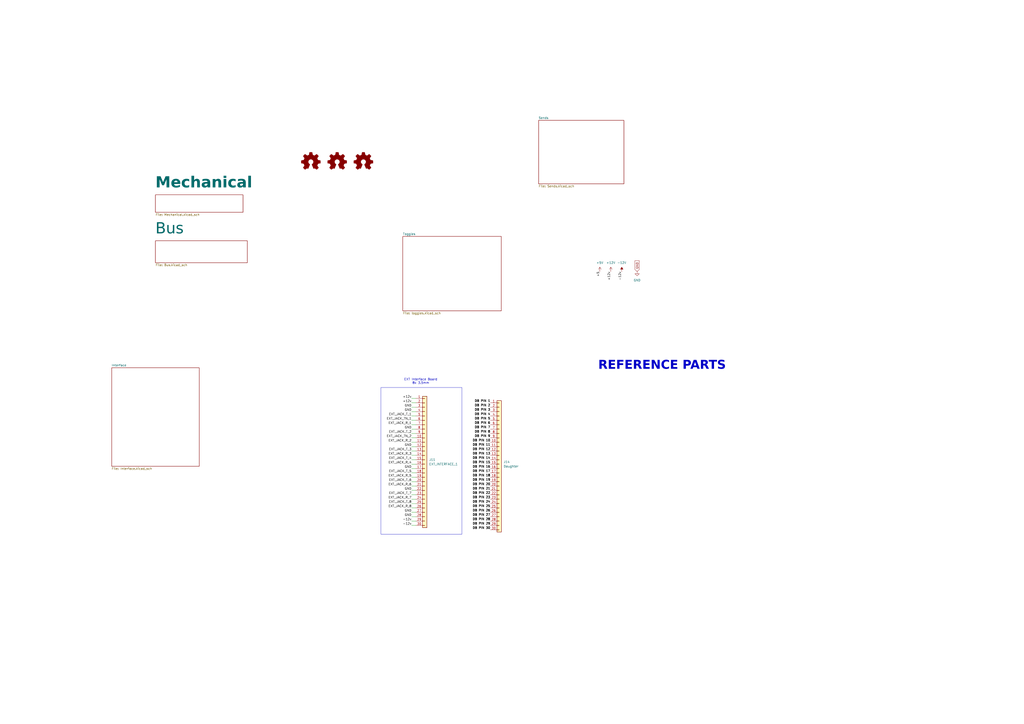
<source format=kicad_sch>
(kicad_sch (version 20231120) (generator "eeschema") (generator_version "8.0")
  (paper "A2")
  (title_block (title "Superstitious Acrobat") (date "2024-11-13") (rev "1.0") (company "velvia-fifty") (comment 1 "https://github.com/velvia-fifty/AudioThings") (comment 2 "You should have changed this already :)") (comment 4 "Stay humble"))
  (lib_symbols
    (symbol "Connector_Generic:Conn_01x30" (pin_names (offset 1.016) hide)
      (property "Reference" "J" (at 0 38.1 0))
      (property "Value" "Conn_01x30" (at 0 -40.64 0))
      (symbol "Conn_01x30_1_1"
        (rectangle (start -1.27 -37.973) (end 0 -38.227) (stroke (width 0.1524)))
        (rectangle (start -1.27 -35.433) (end 0 -35.687) (stroke (width 0.1524)))
        (rectangle (start -1.27 -32.893) (end 0 -33.147) (stroke (width 0.1524)))
        (rectangle (start -1.27 -30.353) (end 0 -30.607) (stroke (width 0.1524)))
        (rectangle (start -1.27 -27.813) (end 0 -28.067) (stroke (width 0.1524)))
        (rectangle (start -1.27 -25.273) (end 0 -25.527) (stroke (width 0.1524)))
        (rectangle (start -1.27 -22.733) (end 0 -22.987) (stroke (width 0.1524)))
        (rectangle (start -1.27 -20.193) (end 0 -20.447) (stroke (width 0.1524)))
        (rectangle (start -1.27 -17.653) (end 0 -17.907) (stroke (width 0.1524)))
        (rectangle (start -1.27 -15.113) (end 0 -15.367) (stroke (width 0.1524)))
        (rectangle (start -1.27 -12.573) (end 0 -12.827) (stroke (width 0.1524)))
        (rectangle (start -1.27 -10.033) (end 0 -10.287) (stroke (width 0.1524)))
        (rectangle (start -1.27 -7.493) (end 0 -7.747) (stroke (width 0.1524)))
        (rectangle (start -1.27 -4.953) (end 0 -5.207) (stroke (width 0.1524)))
        (rectangle (start -1.27 -2.413) (end 0 -2.667) (stroke (width 0.1524)))
        (rectangle (start -1.27 0.127) (end 0 -0.127) (stroke (width 0.1524)))
        (rectangle (start -1.27 2.667) (end 0 2.413) (stroke (width 0.1524)))
        (rectangle (start -1.27 5.207) (end 0 4.953) (stroke (width 0.1524)))
        (rectangle (start -1.27 7.747) (end 0 7.493) (stroke (width 0.1524)))
        (rectangle (start -1.27 10.287) (end 0 10.033) (stroke (width 0.1524)))
        (rectangle (start -1.27 12.827) (end 0 12.573) (stroke (width 0.1524)))
        (rectangle (start -1.27 15.367) (end 0 15.113) (stroke (width 0.1524)))
        (rectangle (start -1.27 17.907) (end 0 17.653) (stroke (width 0.1524)))
        (rectangle (start -1.27 20.447) (end 0 20.193) (stroke (width 0.1524)))
        (rectangle (start -1.27 22.987) (end 0 22.733) (stroke (width 0.1524)))
        (rectangle (start -1.27 25.527) (end 0 25.273) (stroke (width 0.1524)))
        (rectangle (start -1.27 28.067) (end 0 27.813) (stroke (width 0.1524)))
        (rectangle (start -1.27 30.607) (end 0 30.353) (stroke (width 0.1524)))
        (rectangle (start -1.27 33.147) (end 0 32.893) (stroke (width 0.1524)))
        (rectangle (start -1.27 35.687) (end 0 35.433) (stroke (width 0.1524)))
        (rectangle (start -1.27 36.83) (end 1.27 -39.37) (stroke (width 0.254)) (fill (type background)))
        (pin passive line (at -5.08 35.56 0) (length 3.81) (name "Pin_1") (number "1"))
        (pin passive line (at -5.08 12.7 0) (length 3.81) (name "Pin_10") (number "10"))
        (pin passive line (at -5.08 10.16 0) (length 3.81) (name "Pin_11") (number "11"))
        (pin passive line (at -5.08 7.62 0) (length 3.81) (name "Pin_12") (number "12"))
        (pin passive line (at -5.08 5.08 0) (length 3.81) (name "Pin_13") (number "13"))
        (pin passive line (at -5.08 2.54 0) (length 3.81) (name "Pin_14") (number "14"))
        (pin passive line (at -5.08 0 0) (length 3.81) (name "Pin_15") (number "15"))
        (pin passive line (at -5.08 -2.54 0) (length 3.81) (name "Pin_16") (number "16"))
        (pin passive line (at -5.08 -5.08 0) (length 3.81) (name "Pin_17") (number "17"))
        (pin passive line (at -5.08 -7.62 0) (length 3.81) (name "Pin_18") (number "18"))
        (pin passive line (at -5.08 -10.16 0) (length 3.81) (name "Pin_19") (number "19"))
        (pin passive line (at -5.08 33.02 0) (length 3.81) (name "Pin_2") (number "2"))
        (pin passive line (at -5.08 -12.7 0) (length 3.81) (name "Pin_20") (number "20"))
        (pin passive line (at -5.08 -15.24 0) (length 3.81) (name "Pin_21") (number "21"))
        (pin passive line (at -5.08 -17.78 0) (length 3.81) (name "Pin_22") (number "22"))
        (pin passive line (at -5.08 -20.32 0) (length 3.81) (name "Pin_23") (number "23"))
        (pin passive line (at -5.08 -22.86 0) (length 3.81) (name "Pin_24") (number "24"))
        (pin passive line (at -5.08 -25.4 0) (length 3.81) (name "Pin_25") (number "25"))
        (pin passive line (at -5.08 -27.94 0) (length 3.81) (name "Pin_26") (number "26"))
        (pin passive line (at -5.08 -30.48 0) (length 3.81) (name "Pin_27") (number "27"))
        (pin passive line (at -5.08 -33.02 0) (length 3.81) (name "Pin_28") (number "28"))
        (pin passive line (at -5.08 -35.56 0) (length 3.81) (name "Pin_29") (number "29"))
        (pin passive line (at -5.08 30.48 0) (length 3.81) (name "Pin_3") (number "3"))
        (pin passive line (at -5.08 -38.1 0) (length 3.81) (name "Pin_30") (number "30"))
        (pin passive line (at -5.08 27.94 0) (length 3.81) (name "Pin_4") (number "4"))
        (pin passive line (at -5.08 25.4 0) (length 3.81) (name "Pin_5") (number "5"))
        (pin passive line (at -5.08 22.86 0) (length 3.81) (name "Pin_6") (number "6"))
        (pin passive line (at -5.08 20.32 0) (length 3.81) (name "Pin_7") (number "7"))
        (pin passive line (at -5.08 17.78 0) (length 3.81) (name "Pin_8") (number "8"))
        (pin passive line (at -5.08 15.24 0) (length 3.81) (name "Pin_9") (number "9"))
      )
    )
    (symbol "Graphic:Logo_Open_Hardware_Small" (in_bom no) (on_board no)
      (symbol "Logo_Open_Hardware_Small_0_1"
        (polyline (pts (xy 3.3528 -4.3434) (xy 3.302 -4.318) (xy 3.175 -4.2418) (xy 2.9972 -4.1148) (xy 2.7686 -3.9624) (xy 2.54 -3.81) (xy 2.3622 -3.7084) (xy 2.2352 -3.6068) (xy 2.1844 -3.5814) (xy 2.159 -3.6068) (xy 2.0574 -3.6576) (xy 1.905 -3.7338) (xy 1.8034 -3.7846) (xy 1.6764 -3.8354) (xy 1.6002 -3.8354) (xy 1.6002 -3.8354) (xy 1.5494 -3.7338) (xy 1.4732 -3.5306) (xy 1.3462 -3.302) (xy 1.2446 -3.0226) (xy 1.1176 -2.7178) (xy 0.9652 -2.413) (xy 0.8636 -2.1082) (xy 0.7366 -1.8288) (xy 0.6604 -1.6256) (xy 0.6096 -1.4732) (xy 0.5842 -1.397) (xy 0.5842 -1.397) (xy 0.6604 -1.3208) (xy 0.7874 -1.2446) (xy 1.0414 -1.016) (xy 1.2954 -0.6858) (xy 1.4478 -0.3302) (xy 1.524 0.0762) (xy 1.4732 0.4572) (xy 1.3208 0.8128) (xy 1.0668 1.143) (xy 0.762 1.3716) (xy 0.4064 1.524) (xy 0 1.5748) (xy -0.381 1.5494) (xy -0.7366 1.397) (xy -1.0668 1.143) (xy -1.2192 0.9906) (xy -1.397 0.6604) (xy -1.524 0.3048) (xy -1.524 0.2286) (xy -1.4986 -0.1778) (xy -1.397 -0.5334) (xy -1.1938 -0.8636) (xy -0.9144 -1.143) (xy -0.8636 -1.1684) (xy -0.7366 -1.27) (xy -0.635 -1.3462) (xy -0.5842 -1.397) (xy -1.0668 -2.5908) (xy -1.143 -2.794) (xy -1.2954 -3.1242) (xy -1.397 -3.4036) (xy -1.4986 -3.6322) (xy -1.5748 -3.7846) (xy -1.6002 -3.8354) (xy -1.6002 -3.8354) (xy -1.651 -3.8354) (xy -1.7272 -3.81) (xy -1.905 -3.7338) (xy -2.0066 -3.683) (xy -2.1336 -3.6068) (xy -2.2098 -3.5814) (xy -2.2606 -3.6068) (xy -2.3622 -3.683) (xy -2.54 -3.81) (xy -2.7686 -3.9624) (xy -2.9718 -4.0894) (xy -3.1496 -4.2164) (xy -3.302 -4.318) (xy -3.3528 -4.3434) (xy -3.3782 -4.3434) (xy -3.429 -4.318) (xy -3.5306 -4.2164) (xy -3.7084 -4.064) (xy -3.937 -3.8354) (xy -3.9624 -3.81) (xy -4.1656 -3.6068) (xy -4.318 -3.4544) (xy -4.4196 -3.3274) (xy -4.445 -3.2766) (xy -4.445 -3.2766) (xy -4.4196 -3.2258) (xy -4.318 -3.0734) (xy -4.2164 -2.8956) (xy -4.064 -2.667) (xy -3.6576 -2.0828) (xy -3.8862 -1.5494) (xy -3.937 -1.3716) (xy -4.0386 -1.1684) (xy -4.0894 -1.0414) (xy -4.1148 -0.9652) (xy -4.191 -0.9398) (xy -4.318 -0.9144) (xy -4.5466 -0.8636) (xy -4.8006 -0.8128) (xy -5.0546 -0.7874) (xy -5.2578 -0.7366) (xy -5.4356 -0.7112) (xy -5.5118 -0.6858) (xy -5.5118 -0.6858) (xy -5.5372 -0.635) (xy -5.5372 -0.5588) (xy -5.5372 -0.4318) (xy -5.5626 -0.2286) (xy -5.5626 0.0762) (xy -5.5626 0.127) (xy -5.5372 0.4064) (xy -5.5372 0.635) (xy -5.5372 0.762) (xy -5.5372 0.8382) (xy -5.5372 0.8382) (xy -5.461 0.8382) (xy -5.3086 0.889) (xy -5.08 0.9144) (xy -4.826 0.9652) (xy -4.8006 0.9906) (xy -4.5466 1.0414) (xy -4.318 1.0668) (xy -4.1656 1.1176) (xy -4.0894 1.143) (xy -4.0894 1.143) (xy -4.0386 1.2446) (xy -3.9624 1.4224) (xy -3.8608 1.6256) (xy -3.7846 1.8288) (xy -3.7084 2.0066) (xy -3.6576 2.159) (xy -3.6322 2.2098) (xy -3.6322 2.2098) (xy -3.683 2.286) (xy -3.7592 2.413) (xy -3.8862 2.5908) (xy -4.064 2.8194) (xy -4.064 2.8448) (xy -4.2164 3.0734) (xy -4.3434 3.2512) (xy -4.4196 3.3782) (xy -4.445 3.4544) (xy -4.445 3.4544) (xy -4.3942 3.5052) (xy -4.2926 3.6322) (xy -4.1148 3.81) (xy -3.937 4.0132) (xy -3.8608 4.064) (xy -3.6576 4.2926) (xy -3.5052 4.4196) (xy -3.4036 4.4958) (xy -3.3528 4.5212) (xy -3.3528 4.5212) (xy -3.302 4.4704) (xy -3.1496 4.3688) (xy -2.9718 4.2418) (xy -2.7432 4.0894) (xy -2.7178 4.0894) (xy -2.4892 3.937) (xy -2.3114 3.81) (xy -2.1844 3.7084) (xy -2.1336 3.683) (xy -2.1082 3.683) (xy -2.032 3.7084) (xy -1.8542 3.7592) (xy -1.6764 3.8354) (xy -1.4732 3.937) (xy -1.27 4.0132) (xy -1.143 4.064) (xy -1.0668 4.1148) (xy -1.0668 4.1148) (xy -1.0414 4.191) (xy -1.016 4.3434) (xy -0.9652 4.572) (xy -0.9144 4.8514) (xy -0.889 4.9022) (xy -0.8382 5.1562) (xy -0.8128 5.3848) (xy -0.7874 5.5372) (xy -0.762 5.588) (xy -0.7112 5.6134) (xy -0.5842 5.6134) (xy -0.4064 5.6134) (xy -0.1524 5.6134) (xy 0.0762 5.6134) (xy 0.3302 5.6134) (xy 0.5334 5.6134) (xy 0.6858 5.588) (xy 0.7366 5.588) (xy 0.7366 5.588) (xy 0.762 5.5118) (xy 0.8128 5.334) (xy 0.8382 5.1054) (xy 0.9144 4.826) (xy 0.9144 4.7752) (xy 0.9652 4.5212) (xy 1.016 4.2926) (xy 1.0414 4.1402) (xy 1.0668 4.0894) (xy 1.0668 4.0894) (xy 1.1938 4.0386) (xy 1.3716 3.9624) (xy 1.5748 3.8608) (xy 2.0828 3.6576) (xy 2.7178 4.0894) (xy 2.7686 4.1402) (xy 2.9972 4.2926) (xy 3.175 4.4196) (xy 3.302 4.4958) (xy 3.3782 4.5212) (xy 3.3782 4.5212) (xy 3.429 4.4704) (xy 3.556 4.3434) (xy 3.7338 4.191) (xy 3.9116 3.9878) (xy 4.064 3.8354) (xy 4.2418 3.6576) (xy 4.3434 3.556) (xy 4.4196 3.4798) (xy 4.4196 3.429) (xy 4.4196 3.4036) (xy 4.3942 3.3274) (xy 4.2926 3.2004) (xy 4.1656 2.9972) (xy 4.0132 2.794) (xy 3.8862 2.5908) (xy 3.7592 2.3876) (xy 3.6576 2.2352) (xy 3.6322 2.159) (xy 3.6322 2.1336) (xy 3.683 2.0066) (xy 3.7592 1.8288) (xy 3.8608 1.6002) (xy 4.064 1.1176) (xy 4.3942 1.0414) (xy 4.5974 1.016) (xy 4.8768 0.9652) (xy 5.1308 0.9144) (xy 5.5372 0.8382) (xy 5.5626 -0.6604) (xy 5.4864 -0.6858) (xy 5.4356 -0.6858) (xy 5.2832 -0.7366) (xy 5.0546 -0.762) (xy 4.8006 -0.8128) (xy 4.5974 -0.8636) (xy 4.3688 -0.9144) (xy 4.2164 -0.9398) (xy 4.1402 -0.9398) (xy 4.1148 -0.9652) (xy 4.064 -1.0668) (xy 3.9878 -1.2446) (xy 3.9116 -1.4478) (xy 3.81 -1.651) (xy 3.7338 -1.8542) (xy 3.683 -2.0066) (xy 3.6576 -2.0828) (xy 3.683 -2.1336) (xy 3.7846 -2.2606) (xy 3.8862 -2.4638) (xy 4.0386 -2.667) (xy 4.191 -2.8956) (xy 4.318 -3.0734) (xy 4.3942 -3.2004) (xy 4.445 -3.2766) (xy 4.4196 -3.3274) (xy 4.3434 -3.429) (xy 4.1656 -3.5814) (xy 3.937 -3.8354) (xy 3.8862 -3.8608) (xy 3.683 -4.064) (xy 3.5306 -4.2164) (xy 3.4036 -4.318) (xy 3.3528 -4.3434)) (fill (type outline)))
      )
    )
    (symbol "power:+12V" (power) (pin_numbers hide) (pin_names (offset 0) hide)
      (property "Value" "+12V" (at 0 3.556 0))
      (symbol "+12V_0_1"
        (polyline (pts (xy -0.762 1.27) (xy 0 2.54)))
        (polyline (pts (xy 0 0) (xy 0 2.54)))
        (polyline (pts (xy 0 2.54) (xy 0.762 1.27)))
      )
      (symbol "+12V_1_1"
        (pin power_in line (at 0 0 90) (length 0) (name "~") (number "1"))
      )
    )
    (symbol "power:+5V" (power) (pin_numbers hide) (pin_names (offset 0) hide)
      (property "Value" "+5V" (at 0 3.556 0))
      (symbol "+5V_0_1"
        (polyline (pts (xy -0.762 1.27) (xy 0 2.54)))
        (polyline (pts (xy 0 0) (xy 0 2.54)))
        (polyline (pts (xy 0 2.54) (xy 0.762 1.27)))
      )
      (symbol "+5V_1_1"
        (pin power_in line (at 0 0 90) (length 0) (name "~") (number "1"))
      )
    )
    (symbol "power:-12V" (power) (pin_numbers hide) (pin_names (offset 0) hide)
      (property "Value" "-12V" (at 0 3.556 0))
      (symbol "-12V_0_0"
        (pin power_in line (at 0 0 90) (length 0) (name "~") (number "1"))
      )
      (symbol "-12V_0_1"
        (polyline (pts (xy 0 0) (xy 0 1.27) (xy 0.762 1.27) (xy 0 2.54) (xy -0.762 1.27) (xy 0 1.27)) (fill (type outline)))
      )
    )
    (symbol "power:GND" (power) (pin_numbers hide) (pin_names (offset 0) hide)
      (property "Value" "GND" (at 0 -3.81 0))
      (symbol "GND_0_1"
        (polyline (pts (xy 0 0) (xy 0 -1.27) (xy 1.27 -1.27) (xy 0 -2.54) (xy -1.27 -1.27) (xy 0 -1.27)))
      )
      (symbol "GND_1_1"
        (pin power_in line (at 0 0 270) (length 0) (name "~") (number "1"))
      )
    )
  )
  (wire (pts (xy 241.3 284.48) (xy 238.76 284.48)))
  (wire (pts (xy 241.3 261.62) (xy 238.76 261.62)))
  (wire (pts (xy 241.3 289.56) (xy 238.76 289.56)))
  (wire (pts (xy 241.3 271.78) (xy 238.76 271.78)))
  (wire (pts (xy 241.3 231.14) (xy 238.76 231.14)))
  (wire (pts (xy 241.3 233.68) (xy 238.76 233.68)))
  (wire (pts (xy 241.3 251.46) (xy 238.76 251.46)))
  (wire (pts (xy 241.3 266.7) (xy 238.76 266.7)))
  (wire (pts (xy 241.3 256.54) (xy 238.76 256.54)))
  (wire (pts (xy 241.3 238.76) (xy 238.76 238.76)))
  (wire (pts (xy 241.3 254) (xy 238.76 254)))
  (wire (pts (xy 241.3 259.08) (xy 238.76 259.08)))
  (wire (pts (xy 241.3 248.92) (xy 238.76 248.92)))
  (wire (pts (xy 241.3 241.3) (xy 238.76 241.3)))
  (wire (pts (xy 241.3 236.22) (xy 238.76 236.22)))
  (wire (pts (xy 241.3 264.16) (xy 238.76 264.16)))
  (wire (pts (xy 241.3 304.8) (xy 238.76 304.8)))
  (wire (pts (xy 241.3 281.94) (xy 238.76 281.94)))
  (wire (pts (xy 241.3 279.4) (xy 238.76 279.4)))
  (wire (pts (xy 241.3 274.32) (xy 238.76 274.32)))
  (wire (pts (xy 241.3 243.84) (xy 238.76 243.84)))
  (wire (pts (xy 241.3 297.18) (xy 238.76 297.18)))
  (wire (pts (xy 241.3 269.24) (xy 238.76 269.24)))
  (wire (pts (xy 241.3 299.72) (xy 238.76 299.72)))
  (wire (pts (xy 241.3 302.26) (xy 238.76 302.26)))
  (wire (pts (xy 241.3 294.64) (xy 238.76 294.64)))
  (wire (pts (xy 241.3 276.86) (xy 238.76 276.86)))
  (wire (pts (xy 241.3 246.38) (xy 238.76 246.38)))
  (wire (pts (xy 241.3 287.02) (xy 238.76 287.02)))
  (wire (pts (xy 241.3 292.1) (xy 238.76 292.1)))
  (rectangle (start 220.98 224.79) (end 267.97 309.88))
  (text "REFERENCE PARTS" (at 384.048 213.36 0) (effects (font (size 5.08 5.08) (thickness 1.016) (bold yes))))
  (text "EXT Interface Board\n8x 3.5mm" (at 244.094 221.234 0) (effects (font (size 1.27 1.27))))
  (label "+5" (at 347.98 157.48 270))
  (label "-12v" (at 238.76 304.8 180))
  (label "DB PIN 8" (at 284.48 251.46 180) (effects (font (thickness 0.254) (bold yes))))
  (label "EXT_JACK_TN_1" (at 238.76 243.84 180))
  (label "DB PIN 28" (at 284.48 302.26 180) (effects (font (thickness 0.254) (bold yes))))
  (label "DB PIN 20" (at 284.48 281.94 180) (effects (font (thickness 0.254) (bold yes))))
  (label "DB PIN 11" (at 284.48 259.08 180) (effects (font (thickness 0.254) (bold yes))))
  (label "EXT_JACK_T_5" (at 238.76 274.32 180))
  (label "GND" (at 238.76 297.18 180))
  (label "DB PIN 14" (at 284.48 266.7 180) (effects (font (thickness 0.254) (bold yes))))
  (label "EXT_JACK_R_1" (at 238.76 246.38 180))
  (label "DB PIN 24" (at 284.48 292.1 180) (effects (font (thickness 0.254) (bold yes))))
  (label "+12v" (at 238.76 231.14 180))
  (label "DB PIN 3" (at 284.48 238.76 180) (effects (font (thickness 0.254) (bold yes))))
  (label "DB PIN 13" (at 284.48 264.16 180) (effects (font (thickness 0.254) (bold yes))))
  (label "-12v" (at 360.68 157.48 270))
  (label "EXT_JACK_R_2" (at 238.76 256.54 180))
  (label "-12v" (at 238.76 302.26 180))
  (label "DB PIN 18" (at 284.48 276.86 180) (effects (font (thickness 0.254) (bold yes))))
  (label "GND" (at 238.76 238.76 180))
  (label "GND" (at 238.76 259.08 180))
  (label "GND" (at 238.76 284.48 180))
  (label "EXT_JACK_R_5" (at 238.76 276.86 180))
  (label "EXT_JACK_R_3" (at 238.76 264.16 180))
  (label "GND" (at 238.76 271.78 180))
  (label "DB PIN 10" (at 284.48 256.54 180) (effects (font (thickness 0.254) (bold yes))))
  (label "EXT_JACK_T_6" (at 238.76 279.4 180))
  (label "EXT_JACK_R_8" (at 238.76 294.64 180))
  (label "DB PIN 30" (at 284.48 307.34 180) (effects (font (thickness 0.254) (bold yes))))
  (label "DB PIN 7" (at 284.48 248.92 180) (effects (font (thickness 0.254) (bold yes))))
  (label "DB PIN 9" (at 284.48 254 180) (effects (font (thickness 0.254) (bold yes))))
  (label "DB PIN 1" (at 284.48 233.68 180) (effects (font (thickness 0.254) (bold yes))))
  (label "EXT_JACK_R_4" (at 238.76 269.24 180))
  (label "EXT_JACK_T_8" (at 238.76 292.1 180))
  (label "DB PIN 2" (at 284.48 236.22 180) (effects (font (thickness 0.254) (bold yes))))
  (label "EXT_JACK_R_6" (at 238.76 281.94 180))
  (label "DB PIN 15" (at 284.48 269.24 180) (effects (font (thickness 0.254) (bold yes))))
  (label "DB PIN 19" (at 284.48 279.4 180) (effects (font (thickness 0.254) (bold yes))))
  (label "GND" (at 238.76 248.92 180))
  (label "EXT_JACK_R_7" (at 238.76 289.56 180))
  (label "EXT_JACK_T_4" (at 238.76 266.7 180))
  (label "GND" (at 238.76 236.22 180))
  (label "DB PIN 21" (at 284.48 284.48 180) (effects (font (thickness 0.254) (bold yes))))
  (label "DB PIN 4" (at 284.48 241.3 180) (effects (font (thickness 0.254) (bold yes))))
  (label "DB PIN 25" (at 284.48 294.64 180) (effects (font (thickness 0.254) (bold yes))))
  (label "DB PIN 12" (at 284.48 261.62 180) (effects (font (thickness 0.254) (bold yes))))
  (label "DB PIN 29" (at 284.48 304.8 180) (effects (font (thickness 0.254) (bold yes))))
  (label "DB PIN 22" (at 284.48 287.02 180) (effects (font (thickness 0.254) (bold yes))))
  (label "EXT_JACK_T_2" (at 238.76 251.46 180))
  (label "DB PIN 6" (at 284.48 246.38 180) (effects (font (thickness 0.254) (bold yes))))
  (label "EXT_JACK_T_7" (at 238.76 287.02 180))
  (label "+12v" (at 238.76 233.68 180))
  (label "+12v" (at 354.33 157.48 270))
  (label "EXT_JACK_T_1" (at 238.76 241.3 180))
  (label "DB PIN 16" (at 284.48 271.78 180) (effects (font (thickness 0.254) (bold yes))))
  (label "EXT_JACK_TN_2" (at 238.76 254 180))
  (label "DB PIN 23" (at 284.48 289.56 180) (effects (font (thickness 0.254) (bold yes))))
  (label "EXT_JACK_T_3" (at 238.76 261.62 180))
  (label "DB PIN 5" (at 284.48 243.84 180) (effects (font (thickness 0.254) (bold yes))))
  (label "DB PIN 17" (at 284.48 274.32 180) (effects (font (thickness 0.254) (bold yes))))
  (label "DB PIN 27" (at 284.48 299.72 180) (effects (font (thickness 0.254) (bold yes))))
  (label "DB PIN 26" (at 284.48 297.18 180) (effects (font (thickness 0.254) (bold yes))))
  (label "GND" (at 238.76 299.72 180))
  (global_label "GND" (shape input) (at 369.57 157.48 90) (property "Intersheetrefs" "${INTERSHEET_REFS}" (effects (hide yes))))
  (symbol (lib_id "power:-12V") (at 360.68 157.48 0) (unit 1)
    (property "Reference" "#PWR023" (effects (hide yes)))
    (property "Value" "-12V" (at 360.68 152.4 0))
    (property "Description" "Power symbol creates a global label with name \"-12V\"" (effects (hide yes)))
  )
  (symbol (lib_id "Graphic:Logo_Open_Hardware_Small") (at 210.82 93.98 0) (unit 1) (exclude_from_sim yes) (in_bom no) (on_board no)
    (property "Reference" "#SYM3" (effects (hide yes)))
    (property "Value" "CC" (effects (hide yes)))
    (property "Footprint" "Symbol:Symbol_CreativeCommons_SilkScreenTop_Type2_Big" (effects (hide yes)))
    (property "Description" "CC" (effects (hide yes)))
  )
  (symbol (lib_id "power:+5V") (at 347.98 157.48 0) (unit 1)
    (property "Reference" "#PWR021" (effects (hide yes)))
    (property "Value" "+5V" (at 347.98 152.4 0))
    (property "Description" "Power symbol creates a global label with name \"+5V\"" (effects (hide yes)))
  )
  (symbol (lib_id "Connector_Generic:Conn_01x30") (at 289.56 269.24 0) (unit 1) (on_board no)
    (property "Reference" "J14" (at 292.1 267.9699 0) (effects (justify left)))
    (property "Value" "Daughter" (at 292.1 270.5099 0) (effects (justify left)))
    (property "Footprint" "AT-Footprints:AMPHENOL_SFV30R-4STE1HLF - FFC - 30 RA" (effects (hide yes)))
    (property "Description" "Generic connector, single row, 01x30, script generated (kicad-library-utils/schlib/autogen/connector/)" (effects (hide yes)))
  )
  (symbol (lib_id "power:GND") (at 369.57 157.48 0) (unit 1)
    (property "Reference" "#PWR024" (effects (hide yes)))
    (property "Value" "GND" (at 369.57 162.56 0))
    (property "Description" "Power symbol creates a global label with name \"GND\" , ground" (effects (hide yes)))
  )
  (symbol (lib_id "power:+12V") (at 354.33 157.48 0) (unit 1)
    (property "Reference" "#PWR022" (effects (hide yes)))
    (property "Value" "+12V" (at 354.33 152.4 0))
    (property "Description" "Power symbol creates a global label with name \"+12V\"" (effects (hide yes)))
  )
  (symbol (lib_id "Graphic:Logo_Open_Hardware_Small") (at 195.58 93.98 0) (unit 1) (exclude_from_sim yes) (in_bom no) (on_board no)
    (property "Reference" "#SYM2" (effects (hide yes)))
    (property "Value" "Logo Kicad" (effects (hide yes)))
    (property "Footprint" "Symbol:KiCad-Logo2_5mm_SilkScreen" (effects (hide yes)))
    (property "Description" "Logo Kicadx" (effects (hide yes)))
  )
  (symbol (lib_id "Graphic:Logo_Open_Hardware_Small") (at 180.34 93.98 0) (unit 1) (exclude_from_sim yes) (in_bom no)
    (property "Reference" "#SYM1" (effects (hide yes)))
    (property "Value" "Logo_Open_Hardware_Small" (effects (hide yes)))
    (property "Footprint" "Symbol:OSHW-Logo2_7.3x6mm_SilkScreen" (effects (hide yes)))
    (property "Description" "Open Hardware logo, small" (effects (hide yes)))
  )
  (symbol (lib_id "Connector_Generic:Conn_01x30") (at 246.38 266.7 0) (unit 1)
    (property "Reference" "J11" (at 248.92 266.6999 0) (effects (justify left)))
    (property "Value" "EXT_INTERFACE_1" (at 248.92 269.2399 0) (effects (justify left)))
    (property "Footprint" "AT-Footprints:AMPHENOL_SFV30R-4STE1HLF - FFC - 30 RA" (effects (hide yes)))
    (property "Description" "Generic connector, single row, 01x30, script generated (kicad-library-utils/schlib/autogen/connector/)" (effects (hide yes)))
  )
  (sheet (at 312.42 69.85) (size 49.53 36.83) (stroke (width 0.1524))
    (property "Sheetname" "Sends" (at 312.42 69.1384 0) (effects (justify left bottom)))
    (property "Sheetfile" "Sends.kicad_sch" (at 312.42 107.2646 0) (effects (justify left top)))
  )
  (sheet (at 64.77 213.36) (size 50.8 57.15) (stroke (width 0.1524))
    (property "Sheetname" "Interface" (at 64.77 212.6484 0) (effects (justify left bottom)))
    (property "Sheetfile" "Interface.kicad_sch" (at 64.77 271.0946 0) (effects (justify left top)))
  )
  (sheet (at 233.68 137.16) (size 57.15 43.18) (stroke (width 0.1524))
    (property "Sheetname" "Toggles" (at 233.68 136.4484 0) (effects (justify left bottom)))
    (property "Sheetfile" "toggles.kicad_sch" (at 233.68 180.9246 0) (effects (justify left top)))
  )
  (sheet (at 90.17 113.03) (size 50.8 10.16) (stroke (width 0.1524))
    (property "Sheetname" "Mechanical" (at 90.17 109.7784 0) (effects (font (size 6.35 6.35) (thickness 1.27) (bold yes)) (justify left bottom)))
    (property "Sheetfile" "Mechanical.kicad_sch" (at 90.17 123.7746 0) (effects (justify left top)))
  )
  (sheet (at 90.17 139.7) (size 53.34 12.7) (stroke (width 0.1524))
    (property "Sheetname" "Bus" (at 90.17 136.4484 0) (effects (font (size 6.35 6.35)) (justify left bottom)))
    (property "Sheetfile" "Bus.kicad_sch" (at 90.17 152.9846 0) (effects (justify left top)))
  )
)
</source>
